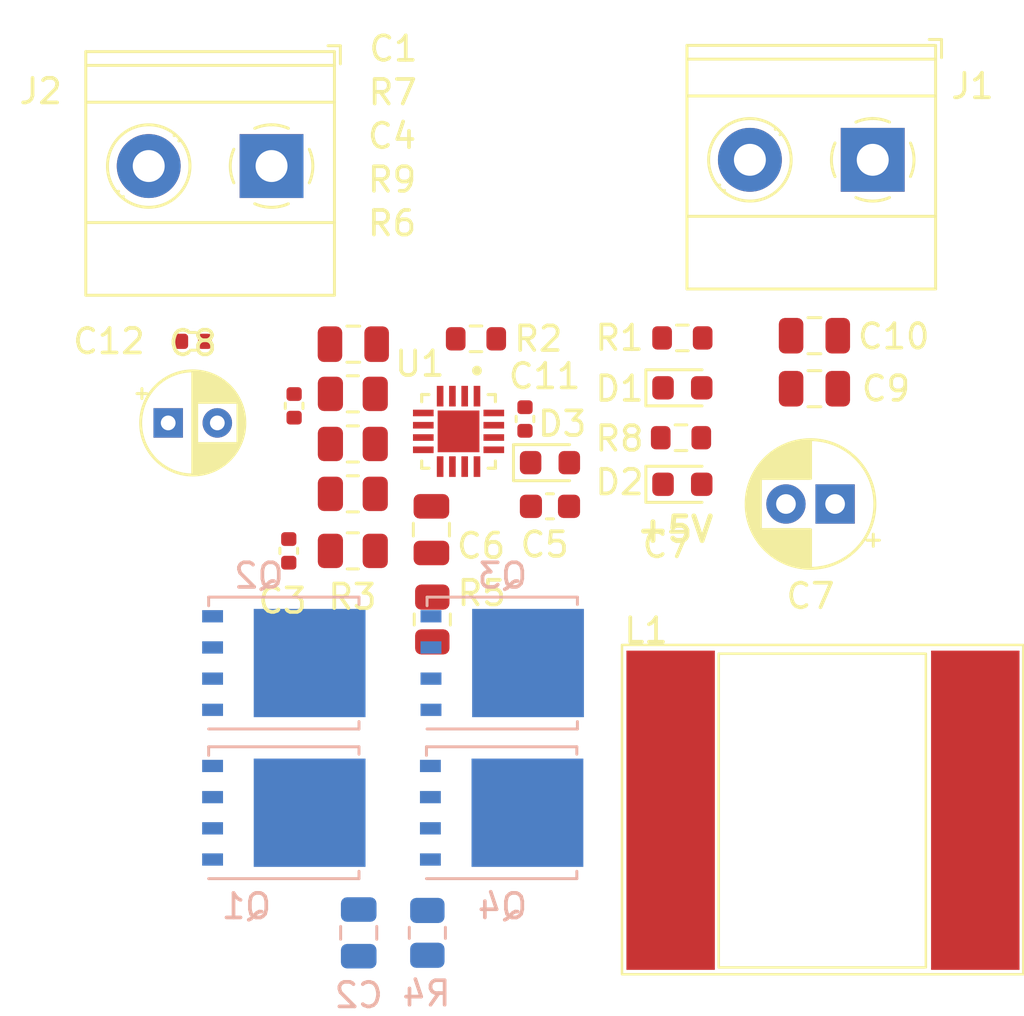
<source format=kicad_pcb>
(kicad_pcb (version 20221018) (generator pcbnew)
  (layers (0 "F.Cu" signal) (1 "In1.Cu" power "GND") (2 "In2.Cu" power "GND1") (31 "B.Cu" signal) (34 "B.Paste" user) (35 "F.Paste" user) (36 "B.SilkS" user "B.Silkscreen") (37 "F.SilkS" user "F.Silkscreen") (38 "B.Mask" user) (39 "F.Mask" user) (44 "Edge.Cuts" user))
  (net 0 "")
  (net 1 "GND")
  (net 2 "PHASE")
  (net 3 "Net-(C2-Pad2)")
  (net 4 "FB")
  (net 5 "+12V")
  (net 6 "Net-(C4-Pad1)")
  (net 7 "BOOT")
  (net 8 "VCC")
  (net 9 "EXTBIAS")
  (net 10 " LGATE{slash}OCS")
  (net 11 "UGATE")
  (net 12 "PGOOD")
  (net 13 "SS{slash}TRK")
  (net 14 "ISEN")
  (net 15 "COMP")
  (net 16 "+5V")
  (net 17 "Net-(C3-Pad2)")
  (net 18 "EN")
  (net 19 "RT")
  (net 20 "Net-(D1-A)")
  (net 21 "Net-(D2-A)")
  (footprint "Resistor_SMD:R_0603_1608Metric" (layer "F.Cu") (at 224.142 62.615)
    (fp_text reference "R2" (at 2.54 0 180) (layer "F.SilkS"))
    (fp_text value "39K")
    (fp_line (start -0.237258 -0.5225) (end 0.237258 -0.5225) (stroke (width 0.12)) (layer "F.SilkS"))
    (fp_line (start -0.237258 0.5225) (end 0.237258 0.5225) (stroke (width 0.12)) (layer "F.SilkS"))
    (pad "1" smd roundrect (at -0.825 0) (size 0.8 0.95) (layers "F.Cu" "F.Paste" "F.Mask") (net 19 "RT"))
    (pad "2" smd roundrect (at 0.825 0) (size 0.8 0.95) (layers "F.Cu" "F.Paste" "F.Mask") (net 9 "EXTBIAS"))
  )
  (footprint "Capacitor_THT:CP_Radial_D5.0mm_P2.00mm" (layer "F.Cu") (at 238.76 69.342 180)
    (fp_text reference "C7" (at 1 -3.75 180) (layer "F.SilkS"))
    (fp_text value "330uF")
    (fp_line (start -1.804775 -1.475) (end -1.304775 -1.475) (stroke (width 0.12)) (layer "F.SilkS"))
    (fp_line (start -1.554775 -1.725) (end -1.554775 -1.225) (stroke (width 0.12)) (layer "F.SilkS"))
    (fp_line (start 1 -2.58) (end 1 -1.04) (stroke (width 0.12)) (layer "F.SilkS"))
    (fp_line (start 1 1.04) (end 1 2.58) (stroke (width 0.12)) (layer "F.SilkS"))
    (fp_line (start 1.04 -2.58) (end 1.04 -1.04) (stroke (width 0.12)) (layer "F.SilkS"))
    (fp_line (start 1.04 1.04) (end 1.04 2.58) (stroke (width 0.12)) (layer "F.SilkS"))
    (fp_line (start 1.08 -2.579) (end 1.08 -1.04) (stroke (width 0.12)) (layer "F.SilkS"))
    (fp_line (start 1.08 1.04) (end 1.08 2.579) (stroke (width 0.12)) (layer "F.SilkS"))
    (fp_line (start 1.12 -2.578) (end 1.12 -1.04) (stroke (width 0.12)) (layer "F.SilkS"))
    (fp_line (start 1.12 1.04) (end 1.12 2.578) (stroke (width 0.12)) (layer "F.SilkS"))
    (fp_line (start 1.16 -2.576) (end 1.16 -1.04) (stroke (width 0.12)) (layer "F.SilkS"))
    (fp_line (start 1.16 1.04) (end 1.16 2.576) (stroke (width 0.12)) (layer "F.SilkS"))
    (fp_line (start 1.2 -2.573) (end 1.2 -1.04) (stroke (width 0.12)) (layer "F.SilkS"))
    (fp_line (start 1.2 1.04) (end 1.2 2.573) (stroke (width 0.12)) (layer "F.SilkS"))
    (fp_line (start 1.24 -2.569) (end 1.24 -1.04) (stroke (width 0.12)) (layer "F.SilkS"))
    (fp_line (start 1.24 1.04) (end 1.24 2.569) (stroke (width 0.12)) (layer "F.SilkS"))
    (fp_line (start 1.28 -2.565) (end 1.28 -1.04) (stroke (width 0.12)) (layer "F.SilkS"))
    (fp_line (start 1.28 1.04) (end 1.28 2.565) (stroke (width 0.12)) (layer "F.SilkS"))
    (fp_line (start 1.32 -2.561) (end 1.32 -1.04) (stroke (width 0.12)) (layer "F.SilkS"))
    (fp_line (start 1.32 1.04) (end 1.32 2.561) (stroke (width 0.12)) (layer "F.SilkS"))
    (fp_line (start 1.36 -2.556) (end 1.36 -1.04) (stroke (width 0.12)) (layer "F.SilkS"))
    (fp_line (start 1.36 1.04) (end 1.36 2.556) (stroke (width 0.12)) (layer "F.SilkS"))
    (fp_line (start 1.4 -2.55) (end 1.4 -1.04) (stroke (width 0.12)) (layer "F.SilkS"))
    (fp_line (start 1.4 1.04) (end 1.4 2.55) (stroke (width 0.12)) (layer "F.SilkS"))
    (fp_line (start 1.44 -2.543) (end 1.44 -1.04) (stroke (width 0.12)) (layer "F.SilkS"))
    (fp_line (start 1.44 1.04) (end 1.44 2.543) (stroke (width 0.12)) (layer "F.SilkS"))
    (fp_line (start 1.48 -2.536) (end 1.48 -1.04) (stroke (width 0.12)) (layer "F.SilkS"))
    (fp_line (start 1.48 1.04) (end 1.48 2.536) (stroke (width 0.12)) (layer "F.SilkS"))
    (fp_line (start 1.52 -2.528) (end 1.52 -1.04) (stroke (width 0.12)) (layer "F.SilkS"))
    (fp_line (start 1.52 1.04) (end 1.52 2.528) (stroke (width 0.12)) (layer "F.SilkS"))
    (fp_line (start 1.56 -2.52) (end 1.56 -1.04) (stroke (width 0.12)) (layer "F.SilkS"))
    (fp_line (start 1.56 1.04) (end 1.56 2.52) (stroke (width 0.12)) (layer "F.SilkS"))
    (fp_line (start 1.6 -2.511) (end 1.6 -1.04) (stroke (width 0.12)) (layer "F.SilkS"))
    (fp_line (start 1.6 1.04) (end 1.6 2.511) (stroke (width 0.12)) (layer "F.SilkS"))
    (fp_line (start 1.64 -2.501) (end 1.64 -1.04) (stroke (width 0.12)) (layer "F.SilkS"))
    (fp_line (start 1.64 1.04) (end 1.64 2.501) (stroke (width 0.12)) (layer "F.SilkS"))
    (fp_line (start 1.68 -2.491) (end 1.68 -1.04) (stroke (width 0.12)) (layer "F.SilkS"))
    (fp_line (start 1.68 1.04) (end 1.68 2.491) (stroke (width 0.12)) (layer "F.SilkS"))
    (fp_line (start 1.721 -2.48) (end 1.721 -1.04) (stroke (width 0.12)) (layer "F.SilkS"))
    (fp_line (start 1.721 1.04) (end 1.721 2.48) (stroke (width 0.12)) (layer "F.SilkS"))
    (fp_line (start 1.761 -2.468) (end 1.761 -1.04) (stroke (width 0.12)) (layer "F.SilkS"))
    (fp_line (start 1.761 1.04) (end 1.761 2.468) (stroke (width 0.12)) (layer "F.SilkS"))
    (fp_line (start 1.801 -2.455) (end 1.801 -1.04) (stroke (width 0.12)) (layer "F.SilkS"))
    (fp_line (start 1.801 1.04) (end 1.801 2.455) (stroke (width 0.12)) (layer "F.SilkS"))
    (fp_line (start 1.841 -2.442) (end 1.841 -1.04) (stroke (width 0.12)) (layer "F.SilkS"))
    (fp_line (start 1.841 1.04) (end 1.841 2.442) (stroke (width 0.12)) (layer "F.SilkS"))
    (fp_line (start 1.881 -2.428) (end 1.881 -1.04) (stroke (width 0.12)) (layer "F.SilkS"))
    (fp_line (start 1.881 1.04) (end 1.881 2.428) (stroke (width 0.12)) (layer "F.SilkS"))
    (fp_line (start 1.921 -2.414) (end 1.921 -1.04) (stroke (width 0.12)) (layer "F.SilkS"))
    (fp_line (start 1.921 1.04) (end 1.921 2.414) (stroke (width 0.12)) (layer "F.SilkS"))
    (fp_line (start 1.961 -2.398) (end 1.961 -1.04) (stroke (width 0.12)) (layer "F.SilkS"))
    (fp_line (start 1.961 1.04) (end 1.961 2.398) (stroke (width 0.12)) (layer "F.SilkS"))
    (fp_line (start 2.001 -2.382) (end 2.001 -1.04) (stroke (width 0.12)) (layer "F.SilkS"))
    (fp_line (start 2.001 1.04) (end 2.001 2.382) (stroke (width 0.12)) (layer "F.SilkS"))
    (fp_line (start 2.041 -2.365) (end 2.041 -1.04) (stroke (width 0.12)) (layer "F.SilkS"))
    (fp_line (start 2.041 1.04) (end 2.041 2.365) (stroke (width 0.12)) (layer "F.SilkS"))
    (fp_line (start 2.081 -2.348) (end 2.081 -1.04) (stroke (width 0.12)) (layer "F.SilkS"))
    (fp_line (start 2.081 1.04) (end 2.081 2.348) (stroke (width 0.12)) (layer "F.SilkS"))
    (fp_line (start 2.121 -2.329) (end 2.121 -1.04) (stroke (width 0.12)) (layer "F.SilkS"))
    (fp_line (start 2.121 1.04) (end 2.121 2.329) (stroke (width 0.12)) (layer "F.SilkS"))
    (fp_line (start 2.161 -2.31) (end 2.161 -1.04) (stroke (width 0.12)) (layer "F.SilkS"))
    (fp_line (start 2.161 1.04) (end 2.161 2.31) (stroke (width 0.12)) (layer "F.SilkS"))
    (fp_line (start 2.201 -2.29) (end 2.201 -1.04) (stroke (width 0.12)) (layer "F.SilkS"))
    (fp_line (start 2.201 1.04) (end 2.201 2.29) (stroke (width 0.12)) (layer "F.SilkS"))
    (fp_line (start 2.241 -2.268) (end 2.241 -1.04) (stroke (width 0.12)) (layer "F.SilkS"))
    (fp_line (start 2.241 1.04) (end 2.241 2.268) (stroke (width 0.12)) (layer "F.SilkS"))
    (fp_line (start 2.281 -2.247) (end 2.281 -1.04) (stroke (width 0.12)) (layer "F.SilkS"))
    (fp_line (start 2.281 1.04) (end 2.281 2.247) (stroke (width 0.12)) (layer "F.SilkS"))
    (fp_line (start 2.321 -2.224) (end 2.321 -1.04) (stroke (width 0.12)) (layer "F.SilkS"))
    (fp_line (start 2.321 1.04) (end 2.321 2.224) (stroke (width 0.12)) (layer "F.SilkS"))
    (fp_line (start 2.361 -2.2) (end 2.361 -1.04) (stroke (width 0.12)) (layer "F.SilkS"))
    (fp_line (start 2.361 1.04) (end 2.361 2.2) (stroke (width 0.12)) (layer "F.SilkS"))
    (fp_line (start 2.401 -2.175) (end 2.401 -1.04) (stroke (width 0.12)) (layer "F.SilkS"))
    (fp_line (start 2.401 1.04) (end 2.401 2.175) (stroke (width 0.12)) (layer "F.SilkS"))
    (fp_line (start 2.441 -2.149) (end 2.441 -1.04) (stroke (width 0.12)) (layer "F.SilkS"))
    (fp_line (start 2.441 1.04) (end 2.441 2.149) (stroke (width 0.12)) (layer "F.SilkS"))
    (fp_line (start 2.481 -2.122) (end 2.481 -1.04) (stroke (width 0.12)) (layer "F.SilkS"))
    (fp_line (start 2.481 1.04) (end 2.481 2.122) (stroke (width 0.12)) (layer "F.SilkS"))
    (fp_line (start 2.521 -2.095) (end 2.521 -1.04) (stroke (width 0.12)) (layer "F.SilkS"))
    (fp_line (start 2.521 1.04) (end 2.521 2.095) (stroke (width 0.12)) (layer "F.SilkS"))
    (fp_line (start 2.561 -2.065) (end 2.561 -1.04) (stroke (width 0.12)) (layer "F.SilkS"))
    (fp_line (start 2.561 1.04) (end 2.561 2.065) (stroke (width 0.12)) (layer "F.SilkS"))
    (fp_line (start 2.601 -2.035) (end 2.601 -1.04) (stroke (width 0.12)) (layer "F.SilkS"))
    (fp_line (start 2.601 1.04) (end 2.601 2.035) (stroke (width 0.12)) (layer "F.SilkS"))
    (fp_line (start 2.641 -2.004) (end 2.641 -1.04) (stroke (width 0.12)) (layer "F.SilkS"))
    (fp_line (start 2.641 1.04) (end 2.641 2.004) (stroke (width 0.12)) (layer "F.SilkS"))
    (fp_line (start 2.681 -1.971) (end 2.681 -1.04) (stroke (width 0.12)) (layer "F.SilkS"))
    (fp_line (start 2.681 1.04) (end 2.681 1.971) (stroke (width 0.12)) (layer "F.SilkS"))
    (fp_line (start 2.721 -1.937) (end 2.721 -1.04) (stroke (width 0.12)) (layer "F.SilkS"))
    (fp_line (start 2.721 1.04) (end 2.721 1.937) (stroke (width 0.12)) (layer "F.SilkS"))
    (fp_line (start 2.761 -1.901) (end 2.761 -1.04) (stroke (width 0.12)) (layer "F.SilkS"))
    (fp_line (start 2.761 1.04) (end 2.761 1.901) (stroke (width 0.12)) (layer "F.SilkS"))
    (fp_line (start 2.801 -1.864) (end 2.801 -1.04) (stroke (width 0.12)) (layer "F.SilkS"))
    (fp_line (start 2.801 1.04) (end 2.801 1.864) (stroke (width 0.12)) (layer "F.SilkS"))
    (fp_line (start 2.841 -1.826) (end 2.841 -1.04) (stroke (width 0.12)) (layer "F.SilkS"))
    (fp_line (start 2.841 1.04) (end 2.841 1.826) (stroke (width 0.12)) (layer "F.SilkS"))
    (fp_line (start 2.881 -1.785) (end 2.881 -1.04) (stroke (width 0.12)) (layer "F.SilkS"))
    (fp_line (start 2.881 1.04) (end 2.881 1.785) (stroke (width 0.12)) (layer "F.SilkS"))
    (fp_line (start 2.921 -1.743) (end 2.921 -1.04) (stroke (width 0.12)) (layer "F.SilkS"))
    (fp_line (start 2.921 1.04) (end 2.921 1.743) (stroke (width 0.12)) (layer "F.SilkS"))
    (fp_line (start 2.961 -1.699) (end 2.961 -1.04) (stroke (width 0.12)) (layer "F.SilkS"))
    (fp_line (start 2.961 1.04) (end 2.961 1.699) (stroke (width 0.12)) (layer "F.SilkS"))
    (fp_line (start 3.001 -1.653) (end 3.001 -1.04) (stroke (width 0.12)) (layer "F.SilkS"))
    (fp_line (start 3.001 1.04) (end 3.001 1.653) (stroke (width 0.12)) (layer "F.SilkS"))
    (fp_line (start 3.041 -1.605) (end 3.041 1.605) (stroke (width 0.12)) (layer "F.SilkS"))
    (fp_line (start 3.081 -1.554) (end 3.081 1.554) (stroke (width 0.12)) (layer "F.SilkS"))
    (fp_line (start 3.121 -1.5) (end 3.121 1.5) (stroke (width 0.12)) (layer "F.SilkS"))
    (fp_line (start 3.161 -1.443) (end 3.161 1.443) (stroke (width 0.12)) (layer "F.SilkS"))
    (fp_line (start 3.201 -1.383) (end 3.201 1.383) (stroke (width 0.12)) (layer "F.SilkS"))
    (fp_line (start 3.241 -1.319) (end 3.241 1.319) (stroke (width 0.12)) (layer "F.SilkS"))
    (fp_line (start 3.281 -1.251) (end 3.281 1.251) (stroke (width 0.12)) (layer "F.SilkS"))
    (fp_line (start 3.321 -1.178) (end 3.321 1.178) (stroke (width 0.12)) (layer "F.SilkS"))
    (fp_line (start 3.361 -1.098) (end 3.361 1.098) (stroke (width 0.12)) (layer "F.SilkS"))
    (fp_line (start 3.401 -1.011) (end 3.401 1.011) (stroke (width 0.12)) (layer "F.SilkS"))
    (fp_line (start 3.441 -0.915) (end 3.441 0.915) (stroke (width 0.12)) (layer "F.SilkS"))
    (fp_line (start 3.481 -0.805) (end 3.481 0.805) (stroke (width 0.12)) (layer "F.SilkS"))
    (fp_line (start 3.521 -0.677) (end 3.521 0.677) (stroke (width 0.12)) (layer "F.SilkS"))
    (fp_line (start 3.561 -0.518) (end 3.561 0.518) (stroke (width 0.12)) (layer "F.SilkS"))
    (fp_line (start 3.601 -0.284) (end 3.601 0.284) (stroke (width 0.12)) (layer "F.SilkS"))
    (fp_circle (center 1 0) (end 3.62 0) (stroke (width 0.12)) (fill none) (layer "F.SilkS"))
    (pad "1" thru_hole rect (at 0 0 180) (size 1.6 1.6) (drill 0.8) (layers "*.Cu" "*.Mask") (net 5 "+12V"))
    (pad "2" thru_hole circle (at 2 0 180) (size 1.6 1.6) (drill 0.8) (layers "*.Cu" "*.Mask") (net 9 "EXTBIAS"))
  )
  (footprint "Capacitor_SMD:C_0603_1608Metric" (layer "F.Cu") (at 227.153898 69.436898 180)
    (fp_text reference "C5" (at 0.217898 -1.560102) (layer "F.SilkS"))
    (fp_text value "1uF")
    (fp_line (start -0.14058 -0.51) (end 0.14058 -0.51) (stroke (width 0.12)) (layer "F.SilkS"))
    (fp_line (start -0.14058 0.51) (end 0.14058 0.51) (stroke (width 0.12)) (layer "F.SilkS"))
    (pad "1" smd roundrect (at -0.775 0 180) (size 0.9 0.95) (layers "F.Cu" "F.Paste" "F.Mask") (net 2 "PHASE"))
    (pad "2" smd roundrect (at 0.775 0 180) (size 0.9 0.95) (layers "F.Cu" "F.Paste" "F.Mask") (net 7 "BOOT"))
  )
  (footprint "LED_SMD:LED_0603_1608Metric" (layer "F.Cu") (at 232.543898 68.538898)
    (fp_text reference "D2" (at -2.559898 -0.081898) (layer "F.SilkS"))
    (fp_text value "Yellow Led")
    (fp_line (start -1.485 -0.735) (end -1.485 0.735) (stroke (width 0.12)) (layer "F.SilkS"))
    (fp_line (start -1.485 0.735) (end 0.8 0.735) (stroke (width 0.12)) (layer "F.SilkS"))
    (fp_line (start 0.8 -0.735) (end -1.485 -0.735) (stroke (width 0.12)) (layer "F.SilkS"))
    (pad "1" smd roundrect (at -0.7875 0) (size 0.875 0.95) (layers "F.Cu" "F.Paste" "F.Mask") (net 9 "EXTBIAS"))
    (pad "2" smd roundrect (at 0.7875 0) (size 0.875 0.95) (layers "F.Cu" "F.Paste" "F.Mask") (net 21 "Net-(D2-A)"))
  )
  (footprint "Capacitor_SMD:C_0402_1005Metric" (layer "F.Cu") (at 226.137898 65.880898 -90)
    (fp_text reference "C11" (at -1.741898 -0.798102 180) (layer "F.SilkS"))
    (fp_text value "100nF")
    (fp_line (start -0.107836 -0.36) (end 0.107836 -0.36) (stroke (width 0.12)) (layer "F.SilkS"))
    (fp_line (start -0.107836 0.36) (end 0.107836 0.36) (stroke (width 0.12)) (layer "F.SilkS"))
    (pad "1" smd roundrect (at -0.48 0 270) (size 0.56 0.62) (layers "F.Cu" "F.Paste" "F.Mask") (net 9 "EXTBIAS"))
    (pad "2" smd roundrect (at 0.48 0 270) (size 0.56 0.62) (layers "F.Cu" "F.Paste" "F.Mask") (net 8 "VCC"))
  )
  (footprint "Capacitor_SMD:C_0805_2012Metric" (layer "F.Cu") (at 222.327898 70.386898 90)
    (fp_text reference "C6" (at -0.663102 2.022102 180) (layer "F.SilkS"))
    (fp_text value "4.7uF")
    (fp_line (start -0.261252 -0.735) (end 0.261252 -0.735) (stroke (width 0.12)) (layer "F.SilkS"))
    (fp_line (start -0.261252 0.735) (end 0.261252 0.735) (stroke (width 0.12)) (layer "F.SilkS"))
    (pad "1" smd roundrect (at -0.95 0 90) (size 1 1.45) (layers "F.Cu" "F.Paste" "F.Mask") (net 9 "EXTBIAS"))
    (pad "2" smd roundrect (at 0.95 0 90) (size 1 1.45) (layers "F.Cu" "F.Paste" "F.Mask") (net 16 "+5V"))
  )
  (footprint "Capacitor_THT:CP_Radial_D4.0mm_P2.00mm" (layer "F.Cu") (at 211.614 66.04)
    (fp_text reference "C8" (at 1 -3.25) (layer "F.SilkS"))
    (fp_text value "220uF")
    (fp_line (start -1.269801 -1.195) (end -0.869801 -1.195) (stroke (width 0.12)) (layer "F.SilkS"))
    (fp_line (start -1.069801 -1.395) (end -1.069801 -0.995) (stroke (width 0.12)) (layer "F.SilkS"))
    (fp_line (start 1 -2.08) (end 1 2.08) (stroke (width 0.12)) (layer "F.SilkS"))
    (fp_line (start 1.04 -2.08) (end 1.04 2.08) (stroke (width 0.12)) (layer "F.SilkS"))
    (fp_line (start 1.08 -2.079) (end 1.08 2.079) (stroke (width 0.12)) (layer "F.SilkS"))
    (fp_line (start 1.12 -2.077) (end 1.12 2.077) (stroke (width 0.12)) (layer "F.SilkS"))
    (fp_line (start 1.16 -2.074) (end 1.16 2.074) (stroke (width 0.12)) (layer "F.SilkS"))
    (fp_line (start 1.2 -2.071) (end 1.2 -0.84) (stroke (width 0.12)) (layer "F.SilkS"))
    (fp_line (start 1.2 0.84) (end 1.2 2.071) (stroke (width 0.12)) (layer "F.SilkS"))
    (fp_line (start 1.24 -2.067) (end 1.24 -0.84) (stroke (width 0.12)) (layer "F.SilkS"))
    (fp_line (start 1.24 0.84) (end 1.24 2.067) (stroke (width 0.12)) (layer "F.SilkS"))
    (fp_line (start 1.28 -2.062) (end 1.28 -0.84) (stroke (width 0.12)) (layer "F.SilkS"))
    (fp_line (start 1.28 0.84) (end 1.28 2.062) (stroke (width 0.12)) (layer "F.SilkS"))
    (fp_line (start 1.32 -2.056) (end 1.32 -0.84) (stroke (width 0.12)) (layer "F.SilkS"))
    (fp_line (start 1.32 0.84) (end 1.32 2.056) (stroke (width 0.12)) (layer "F.SilkS"))
    (fp_line (start 1.36 -2.05) (end 1.36 -0.84) (stroke (width 0.12)) (layer "F.SilkS"))
    (fp_line (start 1.36 0.84) (end 1.36 2.05) (stroke (width 0.12)) (layer "F.SilkS"))
    (fp_line (start 1.4 -2.042) (end 1.4 -0.84) (stroke (width 0.12)) (layer "F.SilkS"))
    (fp_line (start 1.4 0.84) (end 1.4 2.042) (stroke (width 0.12)) (layer "F.SilkS"))
    (fp_line (start 1.44 -2.034) (end 1.44 -0.84) (stroke (width 0.12)) (layer "F.SilkS"))
    (fp_line (start 1.44 0.84) (end 1.44 2.034) (stroke (width 0.12)) (layer "F.SilkS"))
    (fp_line (start 1.48 -2.025) (end 1.48 -0.84) (stroke (width 0.12)) (layer "F.SilkS"))
    (fp_line (start 1.48 0.84) (end 1.48 2.025) (stroke (width 0.12)) (layer "F.SilkS"))
    (fp_line (start 1.52 -2.016) (end 1.52 -0.84) (stroke (width 0.12)) (layer "F.SilkS"))
    (fp_line (start 1.52 0.84) (end 1.52 2.016) (stroke (width 0.12)) (layer "F.SilkS"))
    (fp_line (start 1.56 -2.005) (end 1.56 -0.84) (stroke (width 0.12)) (layer "F.SilkS"))
    (fp_line (start 1.56 0.84) (end 1.56 2.005) (stroke (width 0.12)) (layer "F.SilkS"))
    (fp_line (start 1.6 -1.994) (end 1.6 -0.84) (stroke (width 0.12)) (layer "F.SilkS"))
    (fp_line (start 1.6 0.84) (end 1.6 1.994) (stroke (width 0.12)) (layer "F.SilkS"))
    (fp_line (start 1.64 -1.982) (end 1.64 -0.84) (stroke (width 0.12)) (layer "F.SilkS"))
    (fp_line (start 1.64 0.84) (end 1.64 1.982) (stroke (width 0.12)) (layer "F.SilkS"))
    (fp_line (start 1.68 -1.968) (end 1.68 -0.84) (stroke (width 0.12)) (layer "F.SilkS"))
    (fp_line (start 1.68 0.84) (end 1.68 1.968) (stroke (width 0.12)) (layer "F.SilkS"))
    (fp_line (start 1.721 -1.954) (end 1.721 -0.84) (stroke (width 0.12)) (layer "F.SilkS"))
    (fp_line (start 1.721 0.84) (end 1.721 1.954) (stroke (width 0.12)) (layer "F.SilkS"))
    (fp_line (start 1.761 -1.94) (end 1.761 -0.84) (stroke (width 0.12)) (layer "F.SilkS"))
    (fp_line (start 1.761 0.84) (end 1.761 1.94) (stroke (width 0.12)) (layer "F.SilkS"))
    (fp_line (start 1.801 -1.924) (end 1.801 -0.84) (stroke (width 0.12)) (layer "F.SilkS"))
    (fp_line (start 1.801 0.84) (end 1.801 1.924) (stroke (width 0.12)) (layer "F.SilkS"))
    (fp_line (start 1.841 -1.907) (end 1.841 -0.84) (stroke (width 0.12)) (layer "F.SilkS"))
    (fp_line (start 1.841 0.84) (end 1.841 1.907) (stroke (width 0.12)) (layer "F.SilkS"))
    (fp_line (start 1.881 -1.889) (end 1.881 -0.84) (stroke (width 0.12)) (layer "F.SilkS"))
    (fp_line (start 1.881 0.84) (end 1.881 1.889) (stroke (width 0.12)) (layer "F.SilkS"))
    (fp_line (start 1.921 -1.87) (end 1.921 -0.84) (stroke (width 0.12)) (layer "F.SilkS"))
    (fp_line (start 1.921 0.84) (end 1.921 1.87) (stroke (width 0.12)) (layer "F.SilkS"))
    (fp_line (start 1.961 -1.851) (end 1.961 -0.84) (stroke (width 0.12)) (layer "F.SilkS"))
    (fp_line (start 1.961 0.84) (end 1.961 1.851) (stroke (width 0.12)) (layer "F.SilkS"))
    (fp_line (start 2.001 -1.83) (end 2.001 -0.84) (stroke (width 0.12)) (layer "F.SilkS"))
    (fp_line (start 2.001 0.84) (end 2.001 1.83) (stroke (width 0.12)) (layer "F.SilkS"))
    (fp_line (start 2.041 -1.808) (end 2.041 -0.84) (stroke (width 0.12)) (layer "F.SilkS"))
    (fp_line (start 2.041 0.84) (end 2.041 1.808) (stroke (width 0.12)) (layer "F.SilkS"))
    (fp_line (start 2.081 -1.785) (end 2.081 -0.84) (stroke (width 0.12)) (layer "F.SilkS"))
    (fp_line (start 2.081 0.84) (end 2.081 1.785) (stroke (width 0.12)) (layer "F.SilkS"))
    (fp_line (start 2.121 -1.76) (end 2.121 -0.84) (stroke (width 0.12)) (layer "F.SilkS"))
    (fp_line (start 2.121 0.84) (end 2.121 1.76) (stroke (width 0.12)) (layer "F.SilkS"))
    (fp_line (start 2.161 -1.735) (end 2.161 -0.84) (stroke (width 0.12)) (layer "F.SilkS"))
    (fp_line (start 2.161 0.84) (end 2.161 1.735) (stroke (width 0.12)) (layer "F.SilkS"))
    (fp_line (start 2.201 -1.708) (end 2.201 -0.84) (stroke (width 0.12)) (layer "F.SilkS"))
    (fp_line (start 2.201 0.84) (end 2.201 1.708) (stroke (width 0.12)) (layer "F.SilkS"))
    (fp_line (start 2.241 -1.68) (end 2.241 -0.84) (stroke (width 0.12)) (layer "F.SilkS"))
    (fp_line (start 2.241 0.84) (end 2.241 1.68) (stroke (width 0.12)) (layer "F.SilkS"))
    (fp_line (start 2.281 -1.65) (end 2.281 -0.84) (stroke (width 0.12)) (layer "F.SilkS"))
    (fp_line (start 2.281 0.84) (end 2.281 1.65) (stroke (width 0.12)) (layer "F.SilkS"))
    (fp_line (start 2.321 -1.619) (end 2.321 -0.84) (stroke (width 0.12)) (layer "F.SilkS"))
    (fp_line (start 2.321 0.84) (end 2.321 1.619) (stroke (width 0.12)) (layer "F.SilkS"))
    (fp_line (start 2.361 -1.587) (end 2.361 -0.84) (stroke (width 0.12)) (layer "F.SilkS"))
    (fp_line (start 2.361 0.84) (end 2.361 1.587) (stroke (width 0.12)) (layer "F.SilkS"))
    (fp_line (start 2.401 -1.552) (end 2.401 -0.84) (stroke (width 0.12)) (layer "F.SilkS"))
    (fp_line (start 2.401 0.84) (end 2.401 1.552) (stroke (width 0.12)) (layer "F.SilkS"))
    (fp_line (start 2.441 -1.516) (end 2.441 -0.84) (stroke (width 0.12)) (layer "F.SilkS"))
    (fp_line (start 2.441 0.84) (end 2.441 1.516) (stroke (width 0.12)) (layer "F.SilkS"))
    (fp_line (start 2.481 -1.478) (end 2.481 -0.84) (stroke (width 0.12)) (layer "F.SilkS"))
    (fp_line (start 2.481 0.84) (end 2.481 1.478) (stroke (width 0.12)) (layer "F.SilkS"))
    (fp_line (start 2.521 -1.438) (end 2.521 -0.84) (stroke (width 0.12)) (layer "F.SilkS"))
    (fp_line (start 2.521 0.84) (end 2.521 1.438) (stroke (width 0.12)) (layer "F.SilkS"))
    (fp_line (start 2.561 -1.396) (end 2.561 -0.84) (stroke (width 0.12)) (layer "F.SilkS"))
    (fp_line (start 2.561 0.84) (end 2.561 1.396) (stroke (width 0.12)) (layer "F.SilkS"))
    (fp_line (start 2.601 -1.351) (end 2.601 -0.84) (stroke (width 0.12)) (layer "F.SilkS"))
    (fp_line (start 2.601 0.84) (end 2.601 1.351) (stroke (width 0.12)) (layer "F.SilkS"))
    (fp_line (start 2.641 -1.304) (end 2.641 -0.84) (stroke (width 0.12)) (layer "F.SilkS"))
    (fp_line (start 2.641 0.84) (end 2.641 1.304) (stroke (width 0.12)) (layer "F.SilkS"))
    (fp_line (start 2.681 -1.254) (end 2.681 -0.84) (stroke (width 0.12)) (layer "F.SilkS"))
    (fp_line (start 2.681 0.84) (end 2.681 1.254) (stroke (width 0.12)) (layer "F.SilkS"))
    (fp_line (start 2.721 -1.2) (end 2.721 -0.84) (stroke (width 0.12)) (layer "F.SilkS"))
    (fp_line (start 2.721 0.84) (end 2.721 1.2) (stroke (width 0.12)) (layer "F.SilkS"))
    (fp_line (start 2.761 -1.142) (end 2.761 -0.84) (stroke (width 0.12)) (layer "F.SilkS"))
    (fp_line (start 2.761 0.84) (end 2.761 1.142) (stroke (width 0.12)) (layer "F.SilkS"))
    (fp_line (start 2.801 -1.08) (end 2.801 -0.84) (stroke (width 0.12)) (layer "F.SilkS"))
    (fp_line (start 2.801 0.84) (end 2.801 1.08) (stroke (width 0.12)) (layer "F.SilkS"))
    (fp_line (start 2.841 -1.013) (end 2.841 1.013) (stroke (width 0.12)) (layer "F.SilkS"))
    (fp_line (start 2.881 -0.94) (end 2.881 0.94) (stroke (width 0.12)) (layer "F.SilkS"))
    (fp_line (start 2.921 -0.859) (end 2.921 0.859) (stroke (width 0.12)) (layer "F.SilkS"))
    (fp_line (start 2.961 -0.768) (end 2.961 0.768) (stroke (width 0.12)) (layer "F.SilkS"))
    (fp_line (start 3.001 -0.664) (end 3.001 0.664) (stroke (width 0.12)) (layer "F.SilkS"))
    (fp_line (start 3.041 -0.537) (end 3.041 0.537) (stroke (width 0.12)) (layer "F.SilkS"))
    (fp_line (start 3.081 -0.37) (end 3.081 0.37) (stroke (width 0.12)) (layer "F.SilkS"))
    (fp_circle (center 1 0) (end 3.12 0) (stroke (width 0.12)) (fill none) (layer "F.SilkS"))
    (pad "1" thru_hole rect (at 0 0) (size 1.2 1.2) (drill 0.6) (layers "*.Cu" "*.Mask") (net 8 "VCC"))
    (pad "2" thru_hole circle (at 2 0) (size 1.2 1.2) (drill 0.6) (layers "*.Cu" "*.Mask") (net 9 "EXTBIAS"))
  )
  (footprint "Resistor_SMD:R_0805_2012Metric" (layer "F.Cu") (at 219.129398 68.928898 180)
    (fp_text reference "R6" (at -1.596602 11.016898) (layer "F.SilkS"))
    (fp_text value "43.2K")
    (fp_line (start -0.227064 -0.735) (end 0.227064 -0.735) (stroke (width 0.12)) (layer "F.SilkS"))
    (fp_line (start -0.227064 0.735) (end 0.227064 0.735) (stroke (width 0.12)) (layer "F.SilkS"))
    (pad "1" smd roundrect (at -0.9125 0 180) (size 1.025 1.4) (layers "F.Cu" "F.Paste" "F.Mask") (roundrect_rratio 0.243902) (net 4 "FB"))
    (pad "2" smd roundrect (at 0.9125 0 180) (size 1.025 1.4) (layers "F.Cu" "F.Paste" "F.Mask") (roundrect_rratio 0.243902) (net 17 "Net-(C3-Pad2)"))
  )
  (footprint "Resistor_SMD:R_0805_2012Metric" (layer "F.Cu") (at 219.129398 71.251429)
    (fp_text reference "R3" (at -0.015891 1.873571 180) (layer "F.SilkS"))
    (fp_text value "5.1K")
    (fp_line (start -0.227064 -0.735) (end 0.227064 -0.735) (stroke (width 0.12)) (layer "F.SilkS"))
    (fp_line (start -0.227064 0.735) (end 0.227064 0.735) (stroke (width 0.12)) (layer "F.SilkS"))
    (pad "1" smd roundrect (at -0.9125 0) (size 1.025 1.4) (layers "F.Cu" "F.Paste" "F.Mask") (roundrect_rratio 0.243902) (net 9 "EXTBIAS"))
    (pad "2" smd roundrect (at 0.9125 0) (size 1.025 1.4) (layers "F.Cu" "F.Paste" "F.Mask") (roundrect_rratio 0.243902) (net 10 " LGATE{slash}OCS"))
  )
  (footprint "Resistor_SMD:R_0805_2012Metric" (layer "F.Cu") (at 222.364 74.045 90)
    (fp_text reference "R5" (at 1.07 2.011) (layer "F.SilkS"))
    (fp_text value "5.1K")
    (fp_line (start -0.227064 -0.735) (end 0.227064 -0.735) (stroke (width 0.12)) (layer "F.SilkS"))
    (fp_line (start -0.227064 0.735) (end 0.227064 0.735) (stroke (width 0.12)) (layer "F.SilkS"))
    (pad "1" smd roundrect (at -0.9125 0 90) (size 1.025 1.4) (layers "F.Cu" "F.Paste" "F.Mask") (roundrect_rratio 0.243902) (net 2 "PHASE"))
    (pad "2" smd roundrect (at 0.9125 0 90) (size 1.025 1.4) (layers "F.Cu" "F.Paste" "F.Mask") (roundrect_rratio 0.243902) (net 14 "ISEN"))
  )
  (footprint "Resistor_SMD:R_0603_1608Metric" (layer "F.Cu") (at 232.487898 66.642898)
    (fp_text reference "R8" (at -2.503898 0.036102) (layer "F.SilkS"))
    (fp_text value "330R")
    (fp_line (start -0.237258 -0.5225) (end 0.237258 -0.5225) (stroke (width 0.12)) (layer "F.SilkS"))
    (fp_line (start -0.237258 0.5225) (end 0.237258 0.5225) (stroke (width 0.12)) (layer "F.SilkS"))
    (pad "1" smd roundrect (at -0.825 0) (size 0.8 0.95) (layers "F.Cu" "F.Paste" "F.Mask") (net 16 "+5V"))
    (pad "2" smd roundrect (at 0.825 0) (size 0.8 0.95) (layers "F.Cu" "F.Paste" "F.Mask") (net 21 "Net-(D2-A)"))
  )
  (footprint "Capacitor_SMD:C_0805_2012Metric" (layer "F.Cu") (at 237.918887 64.647)
    (fp_text reference "C9" (at 2.911446 -0.00322 180) (layer "F.SilkS"))
    (fp_text value "100nF")
    (fp_line (start -0.261252 -0.735) (end 0.261252 -0.735) (stroke (width 0.12)) (layer "F.SilkS"))
    (fp_line (start -0.261252 0.735) (end 0.261252 0.735) (stroke (width 0.12)) (layer "F.SilkS"))
    (pad "1" smd roundrect (at -0.95 0) (size 1 1.45) (layers "F.Cu" "F.Paste" "F.Mask") (net 9 "EXTBIAS"))
    (pad "2" smd roundrect (at 0.95 0) (size 1 1.45) (layers "F.Cu" "F.Paste" "F.Mask") (net 5 "+12V"))
  )
  (footprint "Resistor_SMD:R_0805_2012Metric" (layer "F.Cu") (at 219.129398 64.856524)
    (fp_text reference "R7" (at 1.627306 -12.278524 180) (layer "F.SilkS"))
    (fp_text value "43.2K")
    (fp_line (start -0.227064 -0.735) (end 0.227064 -0.735) (stroke (width 0.12)) (layer "F.SilkS"))
    (fp_line (start -0.227064 0.735) (end 0.227064 0.735) (stroke (width 0.12)) (layer "F.SilkS"))
    (pad "1" smd roundrect (at -0.9125 0) (size 1.025 1.4) (layers "F.Cu" "F.Paste" "F.Mask") (roundrect_rratio 0.243902) (net 6 "Net-(C4-Pad1)"))
    (pad "2" smd roundrect (at 0.9125 0) (size 1.025 1.4) (layers "F.Cu" "F.Paste" "F.Mask") (roundrect_rratio 0.243902) (net 15 "COMP"))
  )
  (footprint "Resistor_SMD:R_0805_2012Metric" (layer "F.Cu") (at 219.129398 66.896898 180)
    (fp_text reference "R9" (at -1.596602 10.762898 180) (layer "F.SilkS"))
    (fp_text value "2.26K")
    (fp_line (start -0.227064 -0.735) (end 0.227064 -0.735) (stroke (width 0.12)) (layer "F.SilkS"))
    (fp_line (start -0.227064 0.735) (end 0.227064 0.735) (stroke (width 0.12)) (layer "F.SilkS"))
    (pad "1" smd roundrect (at -0.9125 0 180) (size 1.025 1.4) (layers "F.Cu" "F.Paste" "F.Mask") (roundrect_rratio 0.243902) (net 4 "FB"))
    (pad "2" smd roundrect (at 0.9125 0 180) (size 1.025 1.4) (layers "F.Cu" "F.Paste" "F.Mask") (roundrect_rratio 0.243902) (net 9 "EXTBIAS"))
  )
  (footprint "Inductor_SMD:L_Wuerth_HCM-1240" (layer "F.Cu") (at 236.7661 81.8134)
    (fp_text reference "L1" hide)
    (fp_text value "3.3uH")
    (fp_text user "L1" (at -6.6802 -6.731 unlocked) (layer "F.SilkS") (effects (justify left bottom)))
    (fp_rect (start -6.6802 -6.731) (end 9.652 6.6802) (stroke (width 0.1)) (fill none) (layer "F.SilkS"))
    (fp_rect (start -2.7432 -6.3754) (end 5.6896 6.4008) (stroke (width 0.1)) (fill none) (layer "F.SilkS"))
    (pad "1" smd rect (at -4.7 0) (size 3.6 13) (layers "F.Cu" "F.Paste" "F.Mask") (net 2 "PHASE"))
    (pad "2" smd rect (at 7.7 0) (size 3.6 13) (layers "F.Cu" "F.Paste" "F.Mask") (net 5 "+12V"))
  )
  (footprint "Capacitor_SMD:C_0402_1005Metric" (layer "F.Cu") (at 216.739898 65.344898 -90)
    (fp_text reference "C4" (at -10.988898 -3.986102) (layer "F.SilkS"))
    (fp_text value "1nF")
    (fp_line (start -0.107836 -0.36) (end 0.107836 -0.36) (stroke (width 0.12)) (layer "F.SilkS"))
    (fp_line (start -0.107836 0.36) (end 0.107836 0.36) (stroke (width 0.12)) (layer "F.SilkS"))
    (pad "1" smd roundrect (at -0.48 0 270) (size 0.56 0.62) (layers "F.Cu" "F.Paste" "F.Mask") (net 6 "Net-(C4-Pad1)"))
    (pad "2" smd roundrect (at 0.48 0 270) (size 0.56 0.62) (layers "F.Cu" "F.Paste" "F.Mask") (net 4 "FB"))
  )
  (footprint "Capacitor_SMD:C_0402_1005Metric" (layer "F.Cu") (at 216.522 71.251 90)
    (fp_text reference "C3" (at -2.032 -0.254 180) (layer "F.SilkS"))
    (fp_text value "220pf")
    (fp_line (start -0.107836 -0.36) (end 0.107836 -0.36) (stroke (width 0.12)) (layer "F.SilkS"))
    (fp_line (start -0.107836 0.36) (end 0.107836 0.36) (stroke (width 0.12)) (layer "F.SilkS"))
    (pad "1" smd roundrect (at -0.48 0 90) (size 0.56 0.62) (layers "F.Cu" "F.Paste" "F.Mask") (net 4 "FB"))
    (pad "2" smd roundrect (at 0.48 0 90) (size 0.56 0.62) (layers "F.Cu" "F.Paste" "F.Mask") (net 17 "Net-(C3-Pad2)"))
  )
  (footprint "Resistor_SMD:R_0603_1608Metric" (layer "F.Cu") (at 232.543898 62.578898)
    (fp_text reference "R1" (at -2.559898 0) (layer "F.SilkS"))
    (fp_text value "330R")
    (fp_line (start -0.237258 -0.5225) (end 0.237258 -0.5225) (stroke (width 0.12)) (layer "F.SilkS"))
    (fp_line (start -0.237258 0.5225) (end 0.237258 0.5225) (stroke (width 0.12)) (layer "F.SilkS"))
    (pad "1" smd roundrect (at -0.825 0) (size 0.8 0.95) (layers "F.Cu" "F.Paste" "F.Mask") (net 12 "PGOOD"))
    (pad "2" smd roundrect (at 0.825 0) (size 0.8 0.95) (layers "F.Cu" "F.Paste" "F.Mask") (net 20 "Net-(D1-A)"))
  )
  (footprint "Capacitor_SMD:C_0805_2012Metric" (layer "F.Cu") (at 237.918887 62.488)
    (fp_text reference "C10" (at 3.228592 0.031132 180) (layer "F.SilkS"))
    (fp_text value "100nF")
    (fp_line (start -0.261252 -0.735) (end 0.261252 -0.735) (stroke (width 0.12)) (layer "F.SilkS"))
    (fp_line (start -0.261252 0.735) (end 0.261252 0.735) (stroke (width 0.12)) (layer "F.SilkS"))
    (pad "1" smd roundrect (at -0.95 0) (size 1 1.45) (layers "F.Cu" "F.Paste" "F.Mask") (net 9 "EXTBIAS"))
    (pad "2" smd roundrect (at 0.95 0) (size 1 1.45) (layers "F.Cu" "F.Paste" "F.Mask") (net 5 "+12V"))
  )
  (footprint "Capacitor_SMD:C_0805_2012Metric" (layer "F.Cu") (at 219.149398 62.832898 180)
    (fp_text reference "C1" (at -1.634102 12.032898 180) (layer "F.SilkS"))
    (fp_text value "0.047uF")
    (fp_line (start -0.261252 -0.735) (end 0.261252 -0.735) (stroke (width 0.12)) (layer "F.SilkS"))
    (fp_line (start -0.261252 0.735) (end 0.261252 0.735) (stroke (width 0.12)) (layer "F.SilkS"))
    (pad "1" smd roundrect (at -0.95 0 180) (size 1 1.45) (layers "F.Cu" "F.Paste" "F.Mask") (net 13 "SS{slash}TRK"))
    (pad "2" smd roundrect (at 0.95 0 180) (size 1 1.45) (layers "F.Cu" "F.Paste" "F.Mask") (net 9 "EXTBIAS"))
  )
  (footprint "TerminalBlock_Phoenix:TerminalBlock_Phoenix_MKDS-1,5-2_1x02_P5.00mm_Horizontal" (layer "F.Cu") (at 215.8216 55.579 180)
    (fp_text reference "J2" (at 9.3956 3.046 180) (layer "F.SilkS"))
    (fp_text value "Screw_Terminal_01x02")
    (fp_line (start -2.8 4.16) (end -2.8 4.9) (stroke (width 0.12)) (layer "F.SilkS"))
    (fp_line (start -2.8 4.9) (end -2.3 4.9) (stroke (width 0.12)) (layer "F.SilkS"))
    (fp_line (start -2.56 -5.261) (end -2.56 4.66) (stroke (width 0.12)) (layer "F.SilkS"))
    (fp_line (start -2.56 -5.261) (end 7.56 -5.261) (stroke (width 0.12)) (layer "F.SilkS"))
    (fp_line (start -2.56 -2.301) (end 7.56 -2.301) (stroke (width 0.12)) (layer "F.SilkS"))
    (fp_line (start -2.56 2.6) (end 7.56 2.6) (stroke (width 0.12)) (layer "F.SilkS"))
    (fp_line (start -2.56 4.1) (end 7.56 4.1) (stroke (width 0.12)) (layer "F.SilkS"))
    (fp_line (start -2.56 4.66) (end 7.56 4.66) (stroke (width 0.12)) (layer "F.SilkS"))
    (fp_line (start 3.773 1.023) (end 3.726 1.069) (stroke (width 0.12)) (layer "F.SilkS"))
    (fp_line (start 3.966 1.239) (end 3.931 1.274) (stroke (width 0.12)) (layer "F.SilkS"))
    (fp_line (start 6.07 -1.275) (end 6.035 -1.239) (stroke (width 0.12)) (layer "F.SilkS"))
    (fp_line (start 6.275 -1.069) (end 6.228 -1.023) (stroke (width 0.12)) (layer "F.SilkS"))
    (fp_line (start 7.56 -5.261) (end 7.56 4.66) (stroke (width 0.12)) (layer "F.SilkS"))
    (fp_arc (start -1.535427 0.683042) (mid -1.680501 -0.000524) (end -1.535 -0.684) (stroke (width 0.12)) (layer "F.SilkS"))
    (fp_arc (start -0.683042 -1.535427) (mid 0.000524 -1.680501) (end 0.684 -1.535) (stroke (width 0.12)) (layer "F.SilkS"))
    (fp_arc (start 0.028805 1.680253) (mid -0.335551 1.646659) (end -0.684 1.535) (stroke (width 0.12)) (layer "F.SilkS"))
    (fp_arc (start 0.683318 1.534756) (mid 0.349292 1.643288) (end 0 1.68) (stroke (width 0.12)) (layer "F.SilkS"))
    (fp_arc (start 1.535427 -0.683042) (mid 1.680501 0.000524) (end 1.535 0.684) (stroke (width 0.12)) (layer "F.SilkS"))
    (fp_circle (center 5 0) (end 6.68 0) (stroke (width 0.12)) (fill none) (layer "F.SilkS"))
    (pad "1" thru_hole rect (at 0 0 180) (size 2.6 2.6) (drill 1.3) (layers "*.Cu" "*.Mask") (net 9 "EXTBIAS"))
    (pad "2" thru_hole circle (at 5 0 180) (size 2.6 2.6) (drill 1.3) (layers "*.Cu" "*.Mask") (net 8 "VCC"))
  )
  (footprint "TerminalBlock_Phoenix:TerminalBlock_Phoenix_MKDS-1,5-2_1x02_P5.00mm_Horizontal" (layer "F.Cu") (at 240.291887 55.325 180)
    (fp_text reference "J1" (at -4.064 3.001 180) (layer "F.SilkS"))
    (fp_text value "Screw_Terminal_01x02")
    (fp_line (start -2.8 4.16) (end -2.8 4.9) (stroke (width 0.12)) (layer "F.SilkS"))
    (fp_line (start -2.8 4.9) (end -2.3 4.9) (stroke (width 0.12)) (layer "F.SilkS"))
    (fp_line (start -2.56 -5.261) (end -2.56 4.66) (stroke (width 0.12)) (layer "F.SilkS"))
    (fp_line (start -2.56 -5.261) (end 7.56 -5.261) (stroke (width 0.12)) (layer "F.SilkS"))
    (fp_line (start -2.56 -2.301) (end 7.56 -2.301) (stroke (width 0.12)) (layer "F.SilkS"))
    (fp_line (start -2.56 2.6) (end 7.56 2.6) (stroke (width 0.12)) (layer "F.SilkS"))
    (fp_line (start -2.56 4.1) (end 7.56 4.1) (stroke (width 0.12)) (layer "F.SilkS"))
    (fp_line (start -2.56 4.66) (end 7.56 4.66) (stroke (width 0.12)) (layer "F.SilkS"))
    (fp_line (start 3.773 1.023) (end 3.726 1.069) (stroke (width 0.12)) (layer "F.SilkS"))
    (fp_line (start 3.966 1.239) (end 3.931 1.274) (stroke (width 0.12)) (layer "F.SilkS"))
    (fp_line (start 6.07 -1.275) (end 6.035 -1.239) (stroke (width 0.12)) (layer "F.SilkS"))
    (fp_line (start 6.275 -1.069) (end 6.228 -1.023) (stroke (width 0.12)) (layer "F.SilkS"))
    (fp_line (start 7.56 -5.261) (end 7.56 4.66) (stroke (width 0.12)) (layer "F.SilkS"))
    (fp_arc (start -1.535427 0.683042) (mid -1.680501 -0.000524) (end -1.535 -0.684) (stroke (width 0.12)) (layer "F.SilkS"))
    (fp_arc (start -0.683042 -1.535427) (mid 0.000524 -1.680501) (end 0.684 -1.535) (stroke (width 0.12)) (layer "F.SilkS"))
    (fp_arc (start 0.028805 1.680253) (mid -0.335551 1.646659) (end -0.684 1.535) (stroke (width 0.12)) (layer "F.SilkS"))
    (fp_arc (start 0.683318 1.534756) (mid 0.349292 1.643288) (end 0 1.68) (stroke (width 0.12)) (layer "F.SilkS"))
    (fp_arc (start 1.535427 -0.683042) (mid 1.680501 0.000524) (end 1.535 0.684) (stroke (width 0.12)) (layer "F.SilkS"))
    (fp_circle (center 5 0) (end 6.68 0) (stroke (width 0.12)) (fill none) (layer "F.SilkS"))
    (pad "1" thru_hole rect (at 0 0 180) (size 2.6 2.6) (drill 1.3) (layers "*.Cu" "*.Mask") (net 5 "+12V"))
    (pad "2" thru_hole circle (at 5 0 180) (size 2.6 2.6) (drill 1.3) (layers "*.Cu" "*.Mask") (net 9 "EXTBIAS"))
  )
  (footprint "Capacitor_SMD:C_0402_1005Metric" (layer "F.Cu") (at 212.626 62.7166 180)
    (fp_text reference "C12" (at 3.423 0 180) (layer "F.SilkS"))
    (fp_text value "100nF")
    (fp_line (start -0.107836 -0.36) (end 0.107836 -0.36) (stroke (width 0.12)) (layer "F.SilkS"))
    (fp_line (start -0.107836 0.36) (end 0.107836 0.36) (stroke (width 0.12)) (layer "F.SilkS"))
    (pad "1" smd roundrect (at -0.48 0 180) (size 0.56 0.62) (layers "F.Cu" "F.Paste" "F.Mask") (net 9 "EXTBIAS"))
    (pad "2" smd roundrect (at 0.48 0 180) (size 0.56 0.62) (layers "F.Cu" "F.Paste" "F.Mask") (net 8 "VCC"))
  )
  (footprint "LED_SMD:LED_0603_1608Metric" (layer "F.Cu") (at 232.543898 64.610898)
    (fp_text reference "D1" (at -2.559898 0.036102) (layer "F.SilkS"))
    (fp_text value "Green Led")
    (fp_line (start -1.485 -0.735) (end -1.485 0.735) (stroke (width 0.12)) (layer "F.SilkS"))
    (fp_line (start -1.485 0.735) (end 0.8 0.735) (stroke (width 0.12)) (layer "F.SilkS"))
    (fp_line (start 0.8 -0.735) (end -1.485 -0.735) (stroke (width 0.12)) (layer "F.SilkS"))
    (pad "1" smd roundrect (at -0.7875 0) (size 0.875 0.95) (layers "F.Cu" "F.Paste" "F.Mask") (net 9 "EXTBIAS"))
    (pad "2" smd roundrect (at 0.7875 0) (size 0.875 0.95) (layers "F.Cu" "F.Paste" "F.Mask") (net 20 "Net-(D1-A)"))
  )
  (footprint "Model Buck:QFN50P300X300X100-17N" (layer "F.Cu") (at 223.432898 66.384898 -90)
    (fp_text reference "U1" (at -2.753898 1.576898 180) (layer "F.SilkS"))
    (fp_text value "QFN50P300X300X100-17N")
    (fp_line (start -1.5 -1.5) (end -1.5 -1.205) (stroke (width 0.127)) (layer "F.SilkS"))
    (fp_line (start -1.5 -1.5) (end -1.205 -1.5) (stroke (width 0.127)) (layer "F.SilkS"))
    (fp_line (start -1.5 1.5) (end -1.5 1.205) (stroke (width 0.127)) (layer "F.SilkS"))
    (fp_line (start -1.5 1.5) (end -1.205 1.5) (stroke (width 0.127)) (layer "F.SilkS"))
    (fp_line (start 1.5 -1.5) (end 1.205 -1.5) (stroke (width 0.127)) (layer "F.SilkS"))
    (fp_line (start 1.5 -1.5) (end 1.5 -1.205) (stroke (width 0.127)) (layer "F.SilkS"))
    (fp_line (start 1.5 1.5) (end 1.205 1.5) (stroke (width 0.127)) (layer "F.SilkS"))
    (fp_line (start 1.5 1.5) (end 1.5 1.205) (stroke (width 0.127)) (layer "F.SilkS"))
    (fp_circle (center -2.475 -0.75) (end -2.375 -0.75) (stroke (width 0.2)) (fill none) (layer "F.SilkS"))
    (pad "1" smd roundrect (at -1.435 -0.75 270) (size 0.84 0.27) (layers "F.Cu" "F.Paste" "F.Mask") (roundrect_rratio 0.03) (net 1 "GND"))
    (pad "2" smd roundrect (at -1.435 -0.25 270) (size 0.84 0.27) (layers "F.Cu" "F.Paste" "F.Mask") (roundrect_rratio 0.03) (net 12 "PGOOD"))
    (pad "3" smd roundrect (at -1.435 0.25 270) (size 0.84 0.27) (layers "F.Cu" "F.Paste" "F.Mask") (roundrect_rratio 0.03) (net 19 "RT"))
    (pad "4" smd roundrect (at -1.435 0.75 270) (size 0.84 0.27) (layers "F.Cu" "F.Paste" "F.Mask") (roundrect_rratio 0.03) (net 13 "SS{slash}TRK"))
    (pad "5" smd roundrect (at -0.75 1.435) (size 0.84 0.27) (layers "F.Cu" "F.Paste" "F.Mask") (roundrect_rratio 0.03) (net 15 "COMP"))
    (pad "6" smd roundrect (at -0.25 1.435) (size 0.84 0.27) (layers "F.Cu" "F.Paste" "F.Mask") (roundrect_rratio 0.03) (net 4 "FB"))
    (pad "7" smd roundrect (at 0.25 1.435) (size 0.84 0.27) (layers "F.Cu" "F.Paste" "F.Mask") (roundrect_rratio 0.03) (net 1 "GND"))
    (pad "8" smd roundrect (at 0.75 1.435) (size 0.84 0.27) (layers "F.Cu" "F.Paste" "F.Mask") (roundrect_rratio 0.03) (net 10 " LGATE{slash}OCS"))
    (pad "9" smd roundrect (at 1.435 0.75 270) (size 0.84 0.27) (layers "F.Cu" "F.Paste" "F.Mask") (roundrect_rratio 0.03) (net 16 "+5V"))
    (pad "10" smd roundrect (at 1.435 0.25 270) (size 0.84 0.27) (layers "F.Cu" "F.Paste" "F.Mask") (roundrect_rratio 0.03) (net 14 "ISEN"))
    (pad "11" smd roundrect (at 1.435 -0.25 270) (size 0.84 0.27) (layers "F.Cu" "F.Paste" "F.Mask") (roundrect_rratio 0.03) (net 2 "PHASE"))
    (pad "12" smd roundrect (at 1.435 -0.75 270) (size 0.84 0.27) (layers "F.Cu" "F.Paste" "F.Mask") (roundrect_rratio 0.03) (net 11 "UGATE"))
    (pad "13" smd roundrect (at 0.75 -1.435) (size 0.84 0.27) (layers "F.Cu" "F.Paste" "F.Mask") (roundrect_rratio 0.03) (net 7 "BOOT"))
    (pad "14" smd roundrect (at 0.25 -1.435) (size 0.84 0.27) (layers "F.Cu" "F.Paste" "F.Mask") (roundrect_rratio 0.03) (net 8 "VCC"))
    (pad "15" smd roundrect (at -0.25 -1.435) (size 0.84 0.27) (layers "F.Cu" "F.Paste" "F.Mask") (roundrect_rratio 0.03) (net 1 "GND"))
    (pad "16" smd roundrect (at -0.75 -1.435) (size 0.84 0.27) (layers "F.Cu" "F.Paste" "F.Mask") (roundrect_rratio 0.03) (net 18 "EN"))
    (pad "17" smd rect (at 0 0 270) (size 1.7 1.7) (layers "F.Cu" "F.Mask") (net 1 "GND"))
  )
  (footprint "Diode_SMD:D_0603_1608Metric" (layer "F.Cu") (at 227.153898 67.658898)
    (fp_text reference "D3" (at 0.496102 -1.583898) (layer "F.SilkS"))
    (fp_text value "D_Small")
    (fp_line (start -1.485 -0.735) (end -1.485 0.735) (stroke (width 0.12)) (layer "F.SilkS"))
    (fp_line (start -1.485 0.735) (end 0.8 0.735) (stroke (width 0.12)) (layer "F.SilkS"))
    (fp_line (start 0.8 -0.735) (end -1.485 -0.735) (stroke (width 0.12)) (layer "F.SilkS"))
    (pad "1" smd roundrect (at -0.7875 0) (size 0.875 0.95) (layers "F.Cu" "F.Paste" "F.Mask") (net 7 "BOOT"))
    (pad "2" smd roundrect (at 0.7875 0) (size 0.875 0.95) (layers "F.Cu" "F.Paste" "F.Mask") (net 16 "+5V"))
  )
  (footprint "Package_TO_SOT_SMD:TDSON-8-1" (layer "B.Cu") (at 216.321 81.915)
    (fp_text reference "Q1" (at -1.524 3.81) (layer "B.SilkS") (effects (justify mirror)))
    (fp_text value "CSD17579Q3A")
    (fp_line (start -3.06 -2.335) (end -3.06 -2.685) (stroke (width 0.12)) (layer "B.SilkS"))
    (fp_line (start 3.06 -2.685) (end -3.06 -2.685) (stroke (width 0.12)) (layer "B.SilkS"))
    (fp_line (start 3.06 -2.385) (end 3.06 -2.685) (stroke (width 0.12)) (layer "B.SilkS"))
    (fp_line (start 3.06 2.385) (end 3.06 2.685) (stroke (width 0.12)) (layer "B.SilkS"))
    (fp_line (start 3.06 2.685) (end -3.06 2.685) (stroke (width 0.12)) (layer "B.SilkS"))
    (pad "1" smd rect (at -2.9 1.905) (size 0.85 0.5) (layers "B.Cu" "B.Paste" "B.Mask") (net 9 "EXTBIAS"))
    (pad "2" smd rect (at -2.9 0.635) (size 0.85 0.5) (layers "B.Cu" "B.Paste" "B.Mask") (net 9 "EXTBIAS"))
    (pad "3" smd rect (at -2.9 -0.635) (size 0.85 0.5) (layers "B.Cu" "B.Paste" "B.Mask") (net 9 "EXTBIAS"))
    (pad "4" smd rect (at -2.9 -1.905) (size 0.85 0.5) (layers "B.Cu" "B.Paste" "B.Mask") (net 10 " LGATE{slash}OCS"))
    (pad "5" smd rect (at 1.05 0) (size 4.55 4.41) (layers "B.Cu") (net 2 "PHASE"))
  )
  (footprint "Package_TO_SOT_SMD:TDSON-8-1" (layer "B.Cu") (at 216.321 75.819)
    (fp_text reference "Q2" (at -1.016 -3.556) (layer "B.SilkS") (effects (justify mirror)))
    (fp_text value "CSD17579Q3A")
    (fp_line (start -3.06 -2.335) (end -3.06 -2.685) (stroke (width 0.12)) (layer "B.SilkS"))
    (fp_line (start 3.06 -2.685) (end -3.06 -2.685) (stroke (width 0.12)) (layer "B.SilkS"))
    (fp_line (start 3.06 -2.385) (end 3.06 -2.685) (stroke (width 0.12)) (layer "B.SilkS"))
    (fp_line (start 3.06 2.385) (end 3.06 2.685) (stroke (width 0.12)) (layer "B.SilkS"))
    (fp_line (start 3.06 2.685) (end -3.06 2.685) (stroke (width 0.12)) (layer "B.SilkS"))
    (pad "1" smd rect (at -2.9 1.905) (size 0.85 0.5) (layers "B.Cu" "B.Paste" "B.Mask") (net 9 "EXTBIAS"))
    (pad "2" smd rect (at -2.9 0.635) (size 0.85 0.5) (layers "B.Cu" "B.Paste" "B.Mask") (net 9 "EXTBIAS"))
    (pad "3" smd rect (at -2.9 -0.635) (size 0.85 0.5) (layers "B.Cu" "B.Paste" "B.Mask") (net 9 "EXTBIAS"))
    (pad "4" smd rect (at -2.9 -1.905) (size 0.85 0.5) (layers "B.Cu" "B.Paste" "B.Mask") (net 10 " LGATE{slash}OCS"))
    (pad "5" smd rect (at 1.05 0) (size 4.55 4.41) (layers "B.Cu") (net 2 "PHASE"))
  )
  (footprint "Package_TO_SOT_SMD:TDSON-8-1" (layer "B.Cu") (at 225.187 81.915)
    (fp_text reference "Q4" (at 0.030898 3.81) (layer "B.SilkS") (effects (justify mirror)))
    (fp_text value "CSD17579Q3A")
    (fp_line (start -3.06 -2.335) (end -3.06 -2.685) (stroke (width 0.12)) (layer "B.SilkS"))
    (fp_line (start 3.06 -2.685) (end -3.06 -2.685) (stroke (width 0.12)) (layer "B.SilkS"))
    (fp_line (start 3.06 -2.385) (end 3.06 -2.685) (stroke (width 0.12)) (layer "B.SilkS"))
    (fp_line (start 3.06 2.385) (end 3.06 2.685) (stroke (width 0.12)) (layer "B.SilkS"))
    (fp_line (start 3.06 2.685) (end -3.06 2.685) (stroke (width 0.12)) (layer "B.SilkS"))
    (pad "1" smd rect (at -2.9 1.905) (size 0.85 0.5) (layers "B.Cu" "B.Paste" "B.Mask") (net 2 "PHASE"))
    (pad "2" smd rect (at -2.9 0.635) (size 0.85 0.5) (layers "B.Cu" "B.Paste" "B.Mask") (net 2 "PHASE"))
    (pad "3" smd rect (at -2.9 -0.635) (size 0.85 0.5) (layers "B.Cu" "B.Paste" "B.Mask") (net 2 "PHASE"))
    (pad "4" smd rect (at -2.9 -1.905) (size 0.85 0.5) (layers "B.Cu" "B.Paste" "B.Mask") (net 11 "UGATE"))
    (pad "5" smd rect (at 1.05 0) (size 4.55 4.41) (layers "B.Cu") (net 8 "VCC"))
  )
  (footprint "Package_TO_SOT_SMD:TDSON-8-1" (layer "B.Cu") (at 225.211 75.819)
    (fp_text reference "Q3" (at 0.006898 -3.556) (layer "B.SilkS") (effects (justify mirror)))
    (fp_text value "CSD17579Q3A")
    (fp_line (start -3.06 -2.335) (end -3.06 -2.685) (stroke (width 0.12)) (layer "B.SilkS"))
    (fp_line (start 3.06 -2.685) (end -3.06 -2.685) (stroke (width 0.12)) (layer "B.SilkS"))
    (fp_line (start 3.06 -2.385) (end 3.06 -2.685) (stroke (width 0.12)) (layer "B.SilkS"))
    (fp_line (start 3.06 2.385) (end 3.06 2.685) (stroke (width 0.12)) (layer "B.SilkS"))
    (fp_line (start 3.06 2.685) (end -3.06 2.685) (stroke (width 0.12)) (layer "B.SilkS"))
    (pad "1" smd rect (at -2.9 1.905) (size 0.85 0.5) (layers "B.Cu" "B.Paste" "B.Mask") (net 2 "PHASE"))
    (pad "2" smd rect (at -2.9 0.635) (size 0.85 0.5) (layers "B.Cu" "B.Paste" "B.Mask") (net 2 "PHASE"))
    (pad "3" smd rect (at -2.9 -0.635) (size 0.85 0.5) (layers "B.Cu" "B.Paste" "B.Mask") (net 2 "PHASE"))
    (pad "4" smd rect (at -2.9 -1.905) (size 0.85 0.5) (layers "B.Cu" "B.Paste" "B.Mask") (net 11 "UGATE"))
    (pad "5" smd rect (at 1.05 0) (size 4.55 4.41) (layers "B.Cu") (net 8 "VCC"))
  )
  (footprint "Resistor_SMD:R_0805_2012Metric" (layer "B.Cu") (at 222.163 86.807 90)
    (fp_text reference "R4" (at -2.474 -0.036) (layer "B.SilkS") (effects (justify mirror)))
    (fp_text value "22R")
    (fp_line (start -0.227064 -0.735) (end 0.227064 -0.735) (stroke (width 0.12)) (layer "B.SilkS"))
    (fp_line (start -0.227064 0.735) (end 0.227064 0.735) (stroke (width 0.12)) (layer "B.SilkS"))
    (pad "1" smd roundrect (at -0.9125 0 90) (size 1.025 1.4) (layers "B.Cu" "B.Paste" "B.Mask") (roundrect_rratio 0.243902) (net 9 "EXTBIAS"))
    (pad "2" smd roundrect (at 0.9125 0 90) (size 1.025 1.4) (layers "B.Cu" "B.Paste" "B.Mask") (roundrect_rratio 0.243902) (net 3 "Net-(C2-Pad2)"))
  )
  (footprint "Capacitor_SMD:C_0805_2012Metric" (layer "B.Cu") (at 219.369 86.807 -90)
    (fp_text reference "C2" (at 2.54 0) (layer "B.SilkS") (effects (justify mirror)))
    (fp_text value "100pF")
    (fp_line (start -0.261252 -0.735) (end 0.261252 -0.735) (stroke (width 0.12)) (layer "B.SilkS"))
    (fp_line (start -0.261252 0.735) (end 0.261252 0.735) (stroke (width 0.12)) (layer "B.SilkS"))
    (pad "1" smd roundrect (at -0.95 0 270) (size 1 1.45) (layers "B.Cu" "B.Paste" "B.Mask") (net 2 "PHASE"))
    (pad "2" smd roundrect (at 0.95 0 270) (size 1 1.45) (layers "B.Cu" "B.Paste" "B.Mask") (net 3 "Net-(C2-Pad2)"))
  )
  (gr_text "+5V" (at 232.25 70.375) (layer "F.SilkS") (effects (font (size 1 1) (thickness 0.2))))
  (gr_text "C7\n" (at 230.8342 71.6026) (layer "F.SilkS") (effects (font (size 1 1)) (justify left bottom)))
)
</source>
